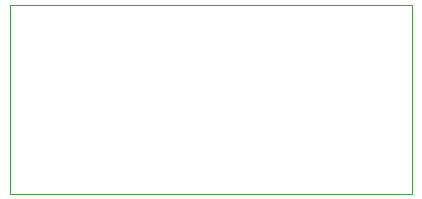
<source format=gbr>
%TF.GenerationSoftware,KiCad,Pcbnew,(5.1.10)-1*%
%TF.CreationDate,2023-03-17T19:12:09+01:00*%
%TF.ProjectId,FH40T_lithium_pcb,46483430-545f-46c6-9974-6869756d5f70,rev?*%
%TF.SameCoordinates,Original*%
%TF.FileFunction,Profile,NP*%
%FSLAX46Y46*%
G04 Gerber Fmt 4.6, Leading zero omitted, Abs format (unit mm)*
G04 Created by KiCad (PCBNEW (5.1.10)-1) date 2023-03-17 19:12:09*
%MOMM*%
%LPD*%
G01*
G04 APERTURE LIST*
%TA.AperFunction,Profile*%
%ADD10C,0.050000*%
%TD*%
G04 APERTURE END LIST*
D10*
X0Y16000000D02*
X0Y0D01*
X34000000Y16000000D02*
X0Y16000000D01*
X34000000Y0D02*
X34000000Y16000000D01*
X0Y0D02*
X34000000Y0D01*
M02*

</source>
